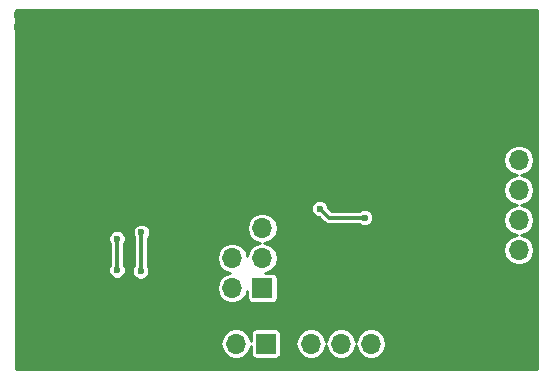
<source format=gbr>
G04 #@! TF.GenerationSoftware,KiCad,Pcbnew,(5.0.2)-1*
G04 #@! TF.CreationDate,2019-03-22T14:17:17+01:00*
G04 #@! TF.ProjectId,LoRaNode,4c6f5261-4e6f-4646-952e-6b696361645f,rev?*
G04 #@! TF.SameCoordinates,Original*
G04 #@! TF.FileFunction,Copper,L2,Bot*
G04 #@! TF.FilePolarity,Positive*
%FSLAX46Y46*%
G04 Gerber Fmt 4.6, Leading zero omitted, Abs format (unit mm)*
G04 Created by KiCad (PCBNEW (5.0.2)-1) date 03/22/19 14:17:17*
%MOMM*%
%LPD*%
G01*
G04 APERTURE LIST*
G04 #@! TA.AperFunction,ComponentPad*
%ADD10O,1.700000X1.700000*%
G04 #@! TD*
G04 #@! TA.AperFunction,ComponentPad*
%ADD11R,1.700000X1.700000*%
G04 #@! TD*
G04 #@! TA.AperFunction,ViaPad*
%ADD12C,0.600000*%
G04 #@! TD*
G04 #@! TA.AperFunction,Conductor*
%ADD13C,0.300000*%
G04 #@! TD*
G04 #@! TA.AperFunction,Conductor*
%ADD14C,0.254000*%
G04 #@! TD*
G04 APERTURE END LIST*
D10*
G04 #@! TO.P,J6,4*
G04 #@! TO.N,/SCL*
X152400000Y-116332000D03*
G04 #@! TO.P,J6,3*
G04 #@! TO.N,/SDA*
X154940000Y-116332000D03*
G04 #@! TO.P,J6,2*
G04 #@! TO.N,+3V3*
X157480000Y-116332000D03*
D11*
G04 #@! TO.P,J6,1*
G04 #@! TO.N,GND*
X160020000Y-116332000D03*
G04 #@! TD*
D10*
G04 #@! TO.P,J4,6*
G04 #@! TO.N,GND*
X145760000Y-106560000D03*
G04 #@! TO.P,J4,5*
G04 #@! TO.N,/RES*
X148300000Y-106560000D03*
G04 #@! TO.P,J4,4*
G04 #@! TO.N,/11(MISO)*
X145760000Y-109100000D03*
G04 #@! TO.P,J4,3*
G04 #@! TO.N,/13(SCK)*
X148300000Y-109100000D03*
G04 #@! TO.P,J4,2*
G04 #@! TO.N,+3V3*
X145760000Y-111640000D03*
D11*
G04 #@! TO.P,J4,1*
G04 #@! TO.N,/12(\002A\002A/MOSI)*
X148300000Y-111640000D03*
G04 #@! TD*
D10*
G04 #@! TO.P,J5,6*
G04 #@! TO.N,/DTR*
X170004000Y-108434000D03*
G04 #@! TO.P,J5,5*
G04 #@! TO.N,/D1/TX*
X170004000Y-105894000D03*
G04 #@! TO.P,J5,4*
G04 #@! TO.N,/D0/RX*
X170004000Y-103354000D03*
G04 #@! TO.P,J5,3*
G04 #@! TO.N,+3V3*
X170004000Y-100814000D03*
G04 #@! TO.P,J5,2*
G04 #@! TO.N,GND*
X170004000Y-98274000D03*
D11*
G04 #@! TO.P,J5,1*
X170004000Y-95734000D03*
G04 #@! TD*
G04 #@! TO.P,J2,1*
G04 #@! TO.N,/VBAT*
X148590000Y-116332000D03*
D10*
G04 #@! TO.P,J2,2*
G04 #@! TO.N,+3V3*
X146050000Y-116332000D03*
G04 #@! TO.P,J2,3*
G04 #@! TO.N,GND*
X143510000Y-116332000D03*
G04 #@! TD*
D12*
G04 #@! TO.N,/RES*
X156972010Y-105664000D03*
X153162000Y-104902000D03*
G04 #@! TO.N,/D9*
X138000000Y-110200000D03*
X138049000Y-106899980D03*
G04 #@! TO.N,/10(\002A\002A/SS)*
X136000000Y-107449991D03*
X136000000Y-110110010D03*
G04 #@! TO.N,GND*
X153240000Y-110466000D03*
X162891992Y-96750000D03*
X158828000Y-98274020D03*
X162435174Y-103405174D03*
X161353735Y-102279781D03*
X157812000Y-106910000D03*
X159082000Y-93956000D03*
X128000000Y-110000000D03*
X128000000Y-113500000D03*
X130500000Y-93500000D03*
X132500000Y-88700000D03*
X138000000Y-93000000D03*
X137000000Y-92000000D03*
X136000000Y-91500000D03*
X134500000Y-91500000D03*
X133000000Y-90500000D03*
X129500000Y-88500000D03*
X128500000Y-88500000D03*
X127500000Y-88500000D03*
X127500000Y-89500000D03*
X128500000Y-89500000D03*
X129500000Y-89500000D03*
X131000000Y-88500000D03*
X140000000Y-98000000D03*
X141000000Y-98500000D03*
X142000000Y-98500000D03*
X143000000Y-98500000D03*
X144000000Y-98000000D03*
X144000000Y-97000000D03*
X144000000Y-96000000D03*
X144000000Y-95000000D03*
X144000000Y-94000000D03*
X143000000Y-93000000D03*
X142000000Y-92000000D03*
X141000000Y-91000000D03*
X140000000Y-90000000D03*
X138800000Y-88700000D03*
X140000000Y-97000000D03*
X140000000Y-95850000D03*
X139800007Y-94599999D03*
X139000000Y-94000000D03*
X128000000Y-90500000D03*
X128000000Y-91500000D03*
X128000000Y-92500000D03*
X128000000Y-93500000D03*
X158000000Y-89000000D03*
X159000000Y-89000000D03*
X156000000Y-89000000D03*
X171000000Y-90000000D03*
X147000000Y-89000000D03*
X150000000Y-89000000D03*
X157000000Y-89000000D03*
X161000000Y-89000000D03*
X164000000Y-89000000D03*
X144000000Y-89000000D03*
X146000000Y-89000000D03*
X171000000Y-92000000D03*
X151000000Y-89000000D03*
X153000000Y-89000000D03*
X154000000Y-89000000D03*
X163000000Y-89000000D03*
X166000000Y-89000000D03*
X168000000Y-89000000D03*
X170000000Y-89000000D03*
X171000000Y-94000000D03*
X155000000Y-89000000D03*
X143000000Y-89000000D03*
X171000000Y-91000000D03*
X148000000Y-89000000D03*
X152000000Y-89000000D03*
X160000000Y-89000000D03*
X162000000Y-89000000D03*
X171000000Y-93000000D03*
X167000000Y-89000000D03*
X142000000Y-89000000D03*
X165000000Y-89000000D03*
X171000000Y-89000000D03*
X149000000Y-89000000D03*
X145000000Y-89000000D03*
X169000000Y-89000000D03*
X141000000Y-89000000D03*
X167000000Y-118000000D03*
X168000000Y-118000000D03*
X169000000Y-118000000D03*
X170000000Y-118000000D03*
X171000000Y-118000000D03*
X171000000Y-117000000D03*
X171000000Y-116000000D03*
X171000000Y-115000000D03*
X171000000Y-114000000D03*
X171000000Y-113000000D03*
X171000000Y-112000000D03*
X171000000Y-111000000D03*
X171000000Y-110000000D03*
X145000000Y-118000000D03*
X144000000Y-118000000D03*
X143000000Y-118000000D03*
X142000000Y-118000000D03*
X141000000Y-118000000D03*
X140000000Y-118000000D03*
X139000000Y-118000000D03*
X138000000Y-118000000D03*
X137000000Y-118000000D03*
X136000000Y-118000000D03*
X135000000Y-118000000D03*
X134000000Y-118000000D03*
X133000000Y-118000000D03*
X132000000Y-118000000D03*
X131000000Y-118000000D03*
X130000000Y-118000000D03*
X129000000Y-118000000D03*
X128000000Y-118000000D03*
X128000000Y-117000000D03*
X128000000Y-116000000D03*
X128000000Y-115000000D03*
X128000000Y-109000000D03*
X128000000Y-108000000D03*
X128000000Y-107000000D03*
X128000000Y-106000000D03*
X128000000Y-105000000D03*
X128000000Y-104000000D03*
X128000000Y-103000000D03*
X128000000Y-102000000D03*
X128000000Y-101000000D03*
X128000000Y-100000000D03*
X128000000Y-99000000D03*
X128000000Y-98000000D03*
X143256000Y-112776000D03*
X143256000Y-110744000D03*
X161000000Y-117996011D03*
X160000000Y-117996011D03*
X162000000Y-117996011D03*
X163000000Y-117996011D03*
X159000000Y-117996011D03*
X164915447Y-117996011D03*
X158000000Y-117996011D03*
X164000000Y-117996011D03*
X146000000Y-118000000D03*
X166000000Y-118000000D03*
G04 #@! TD*
D13*
G04 #@! TO.N,/RES*
X156972010Y-105664000D02*
X153924000Y-105664000D01*
X153924000Y-105664000D02*
X153461999Y-105201999D01*
X153461999Y-105201999D02*
X153162000Y-104902000D01*
G04 #@! TO.N,/D9*
X138000000Y-106948980D02*
X138049000Y-106899980D01*
X138000000Y-110200000D02*
X138000000Y-106948980D01*
G04 #@! TO.N,/10(\002A\002A/SS)*
X136000000Y-107449991D02*
X136000000Y-110110010D01*
G04 #@! TO.N,GND*
X138000000Y-93000000D02*
X137000000Y-92000000D01*
X136000000Y-91500000D02*
X134500000Y-91500000D01*
X132500000Y-90000000D02*
X132500000Y-88700000D01*
X133000000Y-90500000D02*
X132500000Y-90000000D01*
X129500000Y-88500000D02*
X128500000Y-88500000D01*
X127500000Y-88500000D02*
X127500000Y-89500000D01*
X128500000Y-89500000D02*
X129500000Y-89500000D01*
X132500000Y-88700000D02*
X131200000Y-88700000D01*
X131200000Y-88700000D02*
X131000000Y-88500000D01*
X142000000Y-98500000D02*
X143000000Y-98500000D01*
X144000000Y-98000000D02*
X144000000Y-97000000D01*
X144000000Y-96000000D02*
X144000000Y-95000000D01*
X144000000Y-94000000D02*
X143000000Y-93000000D01*
X142000000Y-92000000D02*
X141000000Y-91000000D01*
X138800000Y-88800000D02*
X140000000Y-90000000D01*
X138800000Y-88700000D02*
X138800000Y-88800000D01*
X140500000Y-98500000D02*
X141000000Y-98500000D01*
X140000000Y-98000000D02*
X140500000Y-98500000D01*
X140000000Y-98000000D02*
X140000000Y-97000000D01*
X140000000Y-97000000D02*
X140000000Y-95850000D01*
X139800007Y-94599999D02*
X139599999Y-94599999D01*
X139599999Y-94599999D02*
X139000000Y-94000000D01*
X128000000Y-90500000D02*
X128000000Y-91500000D01*
X128000000Y-92500000D02*
X128000000Y-93500000D01*
X152000000Y-89000000D02*
X151000000Y-89000000D01*
X146000000Y-89000000D02*
X145000000Y-89000000D01*
X150000000Y-89000000D02*
X149000000Y-89000000D01*
X160000000Y-89000000D02*
X159000000Y-89000000D01*
X164000000Y-89000000D02*
X163000000Y-89000000D01*
X158000000Y-89000000D02*
X157000000Y-89000000D01*
X144000000Y-89000000D02*
X143000000Y-89000000D01*
X156000000Y-89000000D02*
X155000000Y-89000000D01*
X162000000Y-89000000D02*
X161000000Y-89000000D01*
X148000000Y-89000000D02*
X147000000Y-89000000D01*
X154000000Y-89000000D02*
X153000000Y-89000000D01*
X171000000Y-94000000D02*
X171000000Y-93000000D01*
X166000000Y-89000000D02*
X165000000Y-89000000D01*
X170000000Y-89000000D02*
X169000000Y-89000000D01*
X168000000Y-89000000D02*
X167000000Y-89000000D01*
X171000000Y-90000000D02*
X171000000Y-89000000D01*
X171000000Y-92000000D02*
X171000000Y-91000000D01*
X142000000Y-89000000D02*
X141000000Y-89000000D01*
X167000000Y-118000000D02*
X168000000Y-118000000D01*
X169000000Y-118000000D02*
X170000000Y-118000000D01*
X171000000Y-118000000D02*
X171000000Y-117000000D01*
X171000000Y-116000000D02*
X171000000Y-115000000D01*
X171000000Y-114000000D02*
X171000000Y-113000000D01*
X171000000Y-112000000D02*
X171000000Y-111000000D01*
X145000000Y-118000000D02*
X144000000Y-118000000D01*
X143000000Y-118000000D02*
X142000000Y-118000000D01*
X141000000Y-118000000D02*
X140000000Y-118000000D01*
X139000000Y-118000000D02*
X138000000Y-118000000D01*
X137000000Y-118000000D02*
X136000000Y-118000000D01*
X135000000Y-118000000D02*
X134000000Y-118000000D01*
X133000000Y-118000000D02*
X132000000Y-118000000D01*
X131000000Y-118000000D02*
X130000000Y-118000000D01*
X129000000Y-118000000D02*
X128000000Y-118000000D01*
X128000000Y-117000000D02*
X128000000Y-116000000D01*
X128000000Y-115000000D02*
X128000000Y-113500000D01*
X128000000Y-110000000D02*
X128000000Y-109000000D01*
X128000000Y-108000000D02*
X128000000Y-107000000D01*
X128000000Y-106000000D02*
X128000000Y-105000000D01*
X128000000Y-104000000D02*
X128000000Y-103000000D01*
X128000000Y-102000000D02*
X128000000Y-101000000D01*
X128000000Y-100000000D02*
X128000000Y-99000000D01*
X164000000Y-117996011D02*
X163000000Y-117996011D01*
X162000000Y-117996011D02*
X161000000Y-117996011D01*
X160000000Y-117996011D02*
X159000000Y-117996011D01*
X165996011Y-117996011D02*
X166000000Y-118000000D01*
X164915447Y-117996011D02*
X165996011Y-117996011D01*
X146003989Y-117996011D02*
X146000000Y-118000000D01*
X158000000Y-117996011D02*
X146003989Y-117996011D01*
G04 #@! TD*
D14*
G04 #@! TO.N,GND*
G36*
X171523000Y-118523000D02*
X127477000Y-118523000D01*
X127477000Y-116332000D01*
X144747983Y-116332000D01*
X144847093Y-116830260D01*
X145129335Y-117252665D01*
X145551740Y-117534907D01*
X145924231Y-117609000D01*
X146175769Y-117609000D01*
X146548260Y-117534907D01*
X146970665Y-117252665D01*
X147252907Y-116830260D01*
X147304635Y-116570206D01*
X147304635Y-117182000D01*
X147337775Y-117348607D01*
X147432150Y-117489850D01*
X147573393Y-117584225D01*
X147740000Y-117617365D01*
X149440000Y-117617365D01*
X149606607Y-117584225D01*
X149747850Y-117489850D01*
X149842225Y-117348607D01*
X149875365Y-117182000D01*
X149875365Y-116332000D01*
X151097983Y-116332000D01*
X151197093Y-116830260D01*
X151479335Y-117252665D01*
X151901740Y-117534907D01*
X152274231Y-117609000D01*
X152525769Y-117609000D01*
X152898260Y-117534907D01*
X153320665Y-117252665D01*
X153602907Y-116830260D01*
X153670000Y-116492960D01*
X153737093Y-116830260D01*
X154019335Y-117252665D01*
X154441740Y-117534907D01*
X154814231Y-117609000D01*
X155065769Y-117609000D01*
X155438260Y-117534907D01*
X155860665Y-117252665D01*
X156142907Y-116830260D01*
X156210000Y-116492960D01*
X156277093Y-116830260D01*
X156559335Y-117252665D01*
X156981740Y-117534907D01*
X157354231Y-117609000D01*
X157605769Y-117609000D01*
X157978260Y-117534907D01*
X158400665Y-117252665D01*
X158682907Y-116830260D01*
X158782017Y-116332000D01*
X158682907Y-115833740D01*
X158400665Y-115411335D01*
X157978260Y-115129093D01*
X157605769Y-115055000D01*
X157354231Y-115055000D01*
X156981740Y-115129093D01*
X156559335Y-115411335D01*
X156277093Y-115833740D01*
X156210000Y-116171040D01*
X156142907Y-115833740D01*
X155860665Y-115411335D01*
X155438260Y-115129093D01*
X155065769Y-115055000D01*
X154814231Y-115055000D01*
X154441740Y-115129093D01*
X154019335Y-115411335D01*
X153737093Y-115833740D01*
X153670000Y-116171040D01*
X153602907Y-115833740D01*
X153320665Y-115411335D01*
X152898260Y-115129093D01*
X152525769Y-115055000D01*
X152274231Y-115055000D01*
X151901740Y-115129093D01*
X151479335Y-115411335D01*
X151197093Y-115833740D01*
X151097983Y-116332000D01*
X149875365Y-116332000D01*
X149875365Y-115482000D01*
X149842225Y-115315393D01*
X149747850Y-115174150D01*
X149606607Y-115079775D01*
X149440000Y-115046635D01*
X147740000Y-115046635D01*
X147573393Y-115079775D01*
X147432150Y-115174150D01*
X147337775Y-115315393D01*
X147304635Y-115482000D01*
X147304635Y-116093794D01*
X147252907Y-115833740D01*
X146970665Y-115411335D01*
X146548260Y-115129093D01*
X146175769Y-115055000D01*
X145924231Y-115055000D01*
X145551740Y-115129093D01*
X145129335Y-115411335D01*
X144847093Y-115833740D01*
X144747983Y-116332000D01*
X127477000Y-116332000D01*
X127477000Y-107305382D01*
X135273000Y-107305382D01*
X135273000Y-107594600D01*
X135383679Y-107861804D01*
X135423000Y-107901125D01*
X135423001Y-109658875D01*
X135383679Y-109698197D01*
X135273000Y-109965401D01*
X135273000Y-110254619D01*
X135383679Y-110521823D01*
X135588187Y-110726331D01*
X135855391Y-110837010D01*
X136144609Y-110837010D01*
X136411813Y-110726331D01*
X136616321Y-110521823D01*
X136727000Y-110254619D01*
X136727000Y-110055391D01*
X137273000Y-110055391D01*
X137273000Y-110344609D01*
X137383679Y-110611813D01*
X137588187Y-110816321D01*
X137855391Y-110927000D01*
X138144609Y-110927000D01*
X138411813Y-110816321D01*
X138616321Y-110611813D01*
X138727000Y-110344609D01*
X138727000Y-110055391D01*
X138616321Y-109788187D01*
X138577000Y-109748866D01*
X138577000Y-109100000D01*
X144457983Y-109100000D01*
X144557093Y-109598260D01*
X144839335Y-110020665D01*
X145261740Y-110302907D01*
X145599040Y-110370000D01*
X145261740Y-110437093D01*
X144839335Y-110719335D01*
X144557093Y-111141740D01*
X144457983Y-111640000D01*
X144557093Y-112138260D01*
X144839335Y-112560665D01*
X145261740Y-112842907D01*
X145634231Y-112917000D01*
X145885769Y-112917000D01*
X146258260Y-112842907D01*
X146680665Y-112560665D01*
X146962907Y-112138260D01*
X147014635Y-111878206D01*
X147014635Y-112490000D01*
X147047775Y-112656607D01*
X147142150Y-112797850D01*
X147283393Y-112892225D01*
X147450000Y-112925365D01*
X149150000Y-112925365D01*
X149316607Y-112892225D01*
X149457850Y-112797850D01*
X149552225Y-112656607D01*
X149585365Y-112490000D01*
X149585365Y-110790000D01*
X149552225Y-110623393D01*
X149457850Y-110482150D01*
X149316607Y-110387775D01*
X149150000Y-110354635D01*
X148538206Y-110354635D01*
X148798260Y-110302907D01*
X149220665Y-110020665D01*
X149502907Y-109598260D01*
X149602017Y-109100000D01*
X149502907Y-108601740D01*
X149220665Y-108179335D01*
X148798260Y-107897093D01*
X148460960Y-107830000D01*
X148798260Y-107762907D01*
X149220665Y-107480665D01*
X149502907Y-107058260D01*
X149602017Y-106560000D01*
X149502907Y-106061740D01*
X149220665Y-105639335D01*
X148798260Y-105357093D01*
X148425769Y-105283000D01*
X148174231Y-105283000D01*
X147801740Y-105357093D01*
X147379335Y-105639335D01*
X147097093Y-106061740D01*
X146997983Y-106560000D01*
X147097093Y-107058260D01*
X147379335Y-107480665D01*
X147801740Y-107762907D01*
X148139040Y-107830000D01*
X147801740Y-107897093D01*
X147379335Y-108179335D01*
X147097093Y-108601740D01*
X147030000Y-108939040D01*
X146962907Y-108601740D01*
X146680665Y-108179335D01*
X146258260Y-107897093D01*
X145885769Y-107823000D01*
X145634231Y-107823000D01*
X145261740Y-107897093D01*
X144839335Y-108179335D01*
X144557093Y-108601740D01*
X144457983Y-109100000D01*
X138577000Y-109100000D01*
X138577000Y-107400114D01*
X138665321Y-107311793D01*
X138776000Y-107044589D01*
X138776000Y-106755371D01*
X138665321Y-106488167D01*
X138460813Y-106283659D01*
X138193609Y-106172980D01*
X137904391Y-106172980D01*
X137637187Y-106283659D01*
X137432679Y-106488167D01*
X137322000Y-106755371D01*
X137322000Y-107044589D01*
X137423001Y-107288428D01*
X137423000Y-109748866D01*
X137383679Y-109788187D01*
X137273000Y-110055391D01*
X136727000Y-110055391D01*
X136727000Y-109965401D01*
X136616321Y-109698197D01*
X136577000Y-109658876D01*
X136577000Y-107901125D01*
X136616321Y-107861804D01*
X136727000Y-107594600D01*
X136727000Y-107305382D01*
X136616321Y-107038178D01*
X136411813Y-106833670D01*
X136144609Y-106722991D01*
X135855391Y-106722991D01*
X135588187Y-106833670D01*
X135383679Y-107038178D01*
X135273000Y-107305382D01*
X127477000Y-107305382D01*
X127477000Y-104757391D01*
X152435000Y-104757391D01*
X152435000Y-105046609D01*
X152545679Y-105313813D01*
X152750187Y-105518321D01*
X153017391Y-105629000D01*
X153072999Y-105629000D01*
X153094183Y-105650184D01*
X153094186Y-105650186D01*
X153475814Y-106031814D01*
X153508006Y-106079994D01*
X153698866Y-106207522D01*
X153867171Y-106241000D01*
X153923999Y-106252304D01*
X153980827Y-106241000D01*
X156520876Y-106241000D01*
X156560197Y-106280321D01*
X156827401Y-106391000D01*
X157116619Y-106391000D01*
X157383823Y-106280321D01*
X157588331Y-106075813D01*
X157699010Y-105808609D01*
X157699010Y-105519391D01*
X157588331Y-105252187D01*
X157383823Y-105047679D01*
X157116619Y-104937000D01*
X156827401Y-104937000D01*
X156560197Y-105047679D01*
X156520876Y-105087000D01*
X154163001Y-105087000D01*
X153910186Y-104834186D01*
X153910184Y-104834183D01*
X153889000Y-104812999D01*
X153889000Y-104757391D01*
X153778321Y-104490187D01*
X153573813Y-104285679D01*
X153306609Y-104175000D01*
X153017391Y-104175000D01*
X152750187Y-104285679D01*
X152545679Y-104490187D01*
X152435000Y-104757391D01*
X127477000Y-104757391D01*
X127477000Y-100814000D01*
X168701983Y-100814000D01*
X168801093Y-101312260D01*
X169083335Y-101734665D01*
X169505740Y-102016907D01*
X169843040Y-102084000D01*
X169505740Y-102151093D01*
X169083335Y-102433335D01*
X168801093Y-102855740D01*
X168701983Y-103354000D01*
X168801093Y-103852260D01*
X169083335Y-104274665D01*
X169505740Y-104556907D01*
X169843040Y-104624000D01*
X169505740Y-104691093D01*
X169083335Y-104973335D01*
X168801093Y-105395740D01*
X168701983Y-105894000D01*
X168801093Y-106392260D01*
X169083335Y-106814665D01*
X169505740Y-107096907D01*
X169843040Y-107164000D01*
X169505740Y-107231093D01*
X169083335Y-107513335D01*
X168801093Y-107935740D01*
X168701983Y-108434000D01*
X168801093Y-108932260D01*
X169083335Y-109354665D01*
X169505740Y-109636907D01*
X169878231Y-109711000D01*
X170129769Y-109711000D01*
X170502260Y-109636907D01*
X170924665Y-109354665D01*
X171206907Y-108932260D01*
X171306017Y-108434000D01*
X171206907Y-107935740D01*
X170924665Y-107513335D01*
X170502260Y-107231093D01*
X170164960Y-107164000D01*
X170502260Y-107096907D01*
X170924665Y-106814665D01*
X171206907Y-106392260D01*
X171306017Y-105894000D01*
X171206907Y-105395740D01*
X170924665Y-104973335D01*
X170502260Y-104691093D01*
X170164960Y-104624000D01*
X170502260Y-104556907D01*
X170924665Y-104274665D01*
X171206907Y-103852260D01*
X171306017Y-103354000D01*
X171206907Y-102855740D01*
X170924665Y-102433335D01*
X170502260Y-102151093D01*
X170164960Y-102084000D01*
X170502260Y-102016907D01*
X170924665Y-101734665D01*
X171206907Y-101312260D01*
X171306017Y-100814000D01*
X171206907Y-100315740D01*
X170924665Y-99893335D01*
X170502260Y-99611093D01*
X170129769Y-99537000D01*
X169878231Y-99537000D01*
X169505740Y-99611093D01*
X169083335Y-99893335D01*
X168801093Y-100315740D01*
X168701983Y-100814000D01*
X127477000Y-100814000D01*
X127477000Y-88127000D01*
X171523001Y-88127000D01*
X171523000Y-118523000D01*
X171523000Y-118523000D01*
G37*
X171523000Y-118523000D02*
X127477000Y-118523000D01*
X127477000Y-116332000D01*
X144747983Y-116332000D01*
X144847093Y-116830260D01*
X145129335Y-117252665D01*
X145551740Y-117534907D01*
X145924231Y-117609000D01*
X146175769Y-117609000D01*
X146548260Y-117534907D01*
X146970665Y-117252665D01*
X147252907Y-116830260D01*
X147304635Y-116570206D01*
X147304635Y-117182000D01*
X147337775Y-117348607D01*
X147432150Y-117489850D01*
X147573393Y-117584225D01*
X147740000Y-117617365D01*
X149440000Y-117617365D01*
X149606607Y-117584225D01*
X149747850Y-117489850D01*
X149842225Y-117348607D01*
X149875365Y-117182000D01*
X149875365Y-116332000D01*
X151097983Y-116332000D01*
X151197093Y-116830260D01*
X151479335Y-117252665D01*
X151901740Y-117534907D01*
X152274231Y-117609000D01*
X152525769Y-117609000D01*
X152898260Y-117534907D01*
X153320665Y-117252665D01*
X153602907Y-116830260D01*
X153670000Y-116492960D01*
X153737093Y-116830260D01*
X154019335Y-117252665D01*
X154441740Y-117534907D01*
X154814231Y-117609000D01*
X155065769Y-117609000D01*
X155438260Y-117534907D01*
X155860665Y-117252665D01*
X156142907Y-116830260D01*
X156210000Y-116492960D01*
X156277093Y-116830260D01*
X156559335Y-117252665D01*
X156981740Y-117534907D01*
X157354231Y-117609000D01*
X157605769Y-117609000D01*
X157978260Y-117534907D01*
X158400665Y-117252665D01*
X158682907Y-116830260D01*
X158782017Y-116332000D01*
X158682907Y-115833740D01*
X158400665Y-115411335D01*
X157978260Y-115129093D01*
X157605769Y-115055000D01*
X157354231Y-115055000D01*
X156981740Y-115129093D01*
X156559335Y-115411335D01*
X156277093Y-115833740D01*
X156210000Y-116171040D01*
X156142907Y-115833740D01*
X155860665Y-115411335D01*
X155438260Y-115129093D01*
X155065769Y-115055000D01*
X154814231Y-115055000D01*
X154441740Y-115129093D01*
X154019335Y-115411335D01*
X153737093Y-115833740D01*
X153670000Y-116171040D01*
X153602907Y-115833740D01*
X153320665Y-115411335D01*
X152898260Y-115129093D01*
X152525769Y-115055000D01*
X152274231Y-115055000D01*
X151901740Y-115129093D01*
X151479335Y-115411335D01*
X151197093Y-115833740D01*
X151097983Y-116332000D01*
X149875365Y-116332000D01*
X149875365Y-115482000D01*
X149842225Y-115315393D01*
X149747850Y-115174150D01*
X149606607Y-115079775D01*
X149440000Y-115046635D01*
X147740000Y-115046635D01*
X147573393Y-115079775D01*
X147432150Y-115174150D01*
X147337775Y-115315393D01*
X147304635Y-115482000D01*
X147304635Y-116093794D01*
X147252907Y-115833740D01*
X146970665Y-115411335D01*
X146548260Y-115129093D01*
X146175769Y-115055000D01*
X145924231Y-115055000D01*
X145551740Y-115129093D01*
X145129335Y-115411335D01*
X144847093Y-115833740D01*
X144747983Y-116332000D01*
X127477000Y-116332000D01*
X127477000Y-107305382D01*
X135273000Y-107305382D01*
X135273000Y-107594600D01*
X135383679Y-107861804D01*
X135423000Y-107901125D01*
X135423001Y-109658875D01*
X135383679Y-109698197D01*
X135273000Y-109965401D01*
X135273000Y-110254619D01*
X135383679Y-110521823D01*
X135588187Y-110726331D01*
X135855391Y-110837010D01*
X136144609Y-110837010D01*
X136411813Y-110726331D01*
X136616321Y-110521823D01*
X136727000Y-110254619D01*
X136727000Y-110055391D01*
X137273000Y-110055391D01*
X137273000Y-110344609D01*
X137383679Y-110611813D01*
X137588187Y-110816321D01*
X137855391Y-110927000D01*
X138144609Y-110927000D01*
X138411813Y-110816321D01*
X138616321Y-110611813D01*
X138727000Y-110344609D01*
X138727000Y-110055391D01*
X138616321Y-109788187D01*
X138577000Y-109748866D01*
X138577000Y-109100000D01*
X144457983Y-109100000D01*
X144557093Y-109598260D01*
X144839335Y-110020665D01*
X145261740Y-110302907D01*
X145599040Y-110370000D01*
X145261740Y-110437093D01*
X144839335Y-110719335D01*
X144557093Y-111141740D01*
X144457983Y-111640000D01*
X144557093Y-112138260D01*
X144839335Y-112560665D01*
X145261740Y-112842907D01*
X145634231Y-112917000D01*
X145885769Y-112917000D01*
X146258260Y-112842907D01*
X146680665Y-112560665D01*
X146962907Y-112138260D01*
X147014635Y-111878206D01*
X147014635Y-112490000D01*
X147047775Y-112656607D01*
X147142150Y-112797850D01*
X147283393Y-112892225D01*
X147450000Y-112925365D01*
X149150000Y-112925365D01*
X149316607Y-112892225D01*
X149457850Y-112797850D01*
X149552225Y-112656607D01*
X149585365Y-112490000D01*
X149585365Y-110790000D01*
X149552225Y-110623393D01*
X149457850Y-110482150D01*
X149316607Y-110387775D01*
X149150000Y-110354635D01*
X148538206Y-110354635D01*
X148798260Y-110302907D01*
X149220665Y-110020665D01*
X149502907Y-109598260D01*
X149602017Y-109100000D01*
X149502907Y-108601740D01*
X149220665Y-108179335D01*
X148798260Y-107897093D01*
X148460960Y-107830000D01*
X148798260Y-107762907D01*
X149220665Y-107480665D01*
X149502907Y-107058260D01*
X149602017Y-106560000D01*
X149502907Y-106061740D01*
X149220665Y-105639335D01*
X148798260Y-105357093D01*
X148425769Y-105283000D01*
X148174231Y-105283000D01*
X147801740Y-105357093D01*
X147379335Y-105639335D01*
X147097093Y-106061740D01*
X146997983Y-106560000D01*
X147097093Y-107058260D01*
X147379335Y-107480665D01*
X147801740Y-107762907D01*
X148139040Y-107830000D01*
X147801740Y-107897093D01*
X147379335Y-108179335D01*
X147097093Y-108601740D01*
X147030000Y-108939040D01*
X146962907Y-108601740D01*
X146680665Y-108179335D01*
X146258260Y-107897093D01*
X145885769Y-107823000D01*
X145634231Y-107823000D01*
X145261740Y-107897093D01*
X144839335Y-108179335D01*
X144557093Y-108601740D01*
X144457983Y-109100000D01*
X138577000Y-109100000D01*
X138577000Y-107400114D01*
X138665321Y-107311793D01*
X138776000Y-107044589D01*
X138776000Y-106755371D01*
X138665321Y-106488167D01*
X138460813Y-106283659D01*
X138193609Y-106172980D01*
X137904391Y-106172980D01*
X137637187Y-106283659D01*
X137432679Y-106488167D01*
X137322000Y-106755371D01*
X137322000Y-107044589D01*
X137423001Y-107288428D01*
X137423000Y-109748866D01*
X137383679Y-109788187D01*
X137273000Y-110055391D01*
X136727000Y-110055391D01*
X136727000Y-109965401D01*
X136616321Y-109698197D01*
X136577000Y-109658876D01*
X136577000Y-107901125D01*
X136616321Y-107861804D01*
X136727000Y-107594600D01*
X136727000Y-107305382D01*
X136616321Y-107038178D01*
X136411813Y-106833670D01*
X136144609Y-106722991D01*
X135855391Y-106722991D01*
X135588187Y-106833670D01*
X135383679Y-107038178D01*
X135273000Y-107305382D01*
X127477000Y-107305382D01*
X127477000Y-104757391D01*
X152435000Y-104757391D01*
X152435000Y-105046609D01*
X152545679Y-105313813D01*
X152750187Y-105518321D01*
X153017391Y-105629000D01*
X153072999Y-105629000D01*
X153094183Y-105650184D01*
X153094186Y-105650186D01*
X153475814Y-106031814D01*
X153508006Y-106079994D01*
X153698866Y-106207522D01*
X153867171Y-106241000D01*
X153923999Y-106252304D01*
X153980827Y-106241000D01*
X156520876Y-106241000D01*
X156560197Y-106280321D01*
X156827401Y-106391000D01*
X157116619Y-106391000D01*
X157383823Y-106280321D01*
X157588331Y-106075813D01*
X157699010Y-105808609D01*
X157699010Y-105519391D01*
X157588331Y-105252187D01*
X157383823Y-105047679D01*
X157116619Y-104937000D01*
X156827401Y-104937000D01*
X156560197Y-105047679D01*
X156520876Y-105087000D01*
X154163001Y-105087000D01*
X153910186Y-104834186D01*
X153910184Y-104834183D01*
X153889000Y-104812999D01*
X153889000Y-104757391D01*
X153778321Y-104490187D01*
X153573813Y-104285679D01*
X153306609Y-104175000D01*
X153017391Y-104175000D01*
X152750187Y-104285679D01*
X152545679Y-104490187D01*
X152435000Y-104757391D01*
X127477000Y-104757391D01*
X127477000Y-100814000D01*
X168701983Y-100814000D01*
X168801093Y-101312260D01*
X169083335Y-101734665D01*
X169505740Y-102016907D01*
X169843040Y-102084000D01*
X169505740Y-102151093D01*
X169083335Y-102433335D01*
X168801093Y-102855740D01*
X168701983Y-103354000D01*
X168801093Y-103852260D01*
X169083335Y-104274665D01*
X169505740Y-104556907D01*
X169843040Y-104624000D01*
X169505740Y-104691093D01*
X169083335Y-104973335D01*
X168801093Y-105395740D01*
X168701983Y-105894000D01*
X168801093Y-106392260D01*
X169083335Y-106814665D01*
X169505740Y-107096907D01*
X169843040Y-107164000D01*
X169505740Y-107231093D01*
X169083335Y-107513335D01*
X168801093Y-107935740D01*
X168701983Y-108434000D01*
X168801093Y-108932260D01*
X169083335Y-109354665D01*
X169505740Y-109636907D01*
X169878231Y-109711000D01*
X170129769Y-109711000D01*
X170502260Y-109636907D01*
X170924665Y-109354665D01*
X171206907Y-108932260D01*
X171306017Y-108434000D01*
X171206907Y-107935740D01*
X170924665Y-107513335D01*
X170502260Y-107231093D01*
X170164960Y-107164000D01*
X170502260Y-107096907D01*
X170924665Y-106814665D01*
X171206907Y-106392260D01*
X171306017Y-105894000D01*
X171206907Y-105395740D01*
X170924665Y-104973335D01*
X170502260Y-104691093D01*
X170164960Y-104624000D01*
X170502260Y-104556907D01*
X170924665Y-104274665D01*
X171206907Y-103852260D01*
X171306017Y-103354000D01*
X171206907Y-102855740D01*
X170924665Y-102433335D01*
X170502260Y-102151093D01*
X170164960Y-102084000D01*
X170502260Y-102016907D01*
X170924665Y-101734665D01*
X171206907Y-101312260D01*
X171306017Y-100814000D01*
X171206907Y-100315740D01*
X170924665Y-99893335D01*
X170502260Y-99611093D01*
X170129769Y-99537000D01*
X169878231Y-99537000D01*
X169505740Y-99611093D01*
X169083335Y-99893335D01*
X168801093Y-100315740D01*
X168701983Y-100814000D01*
X127477000Y-100814000D01*
X127477000Y-88127000D01*
X171523001Y-88127000D01*
X171523000Y-118523000D01*
G04 #@! TD*
M02*

</source>
